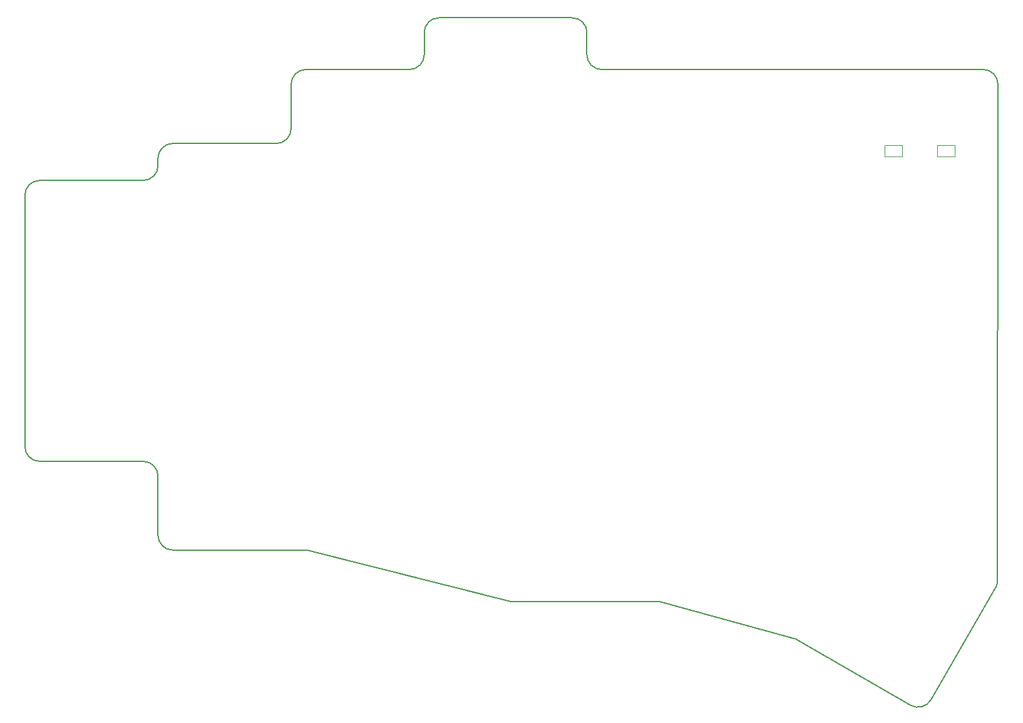
<source format=gbr>
%TF.GenerationSoftware,KiCad,Pcbnew,9.0.1*%
%TF.CreationDate,2025-06-09T17:49:50+02:00*%
%TF.ProjectId,pcb,7063622e-6b69-4636-9164-5f7063625858,v1.0.0*%
%TF.SameCoordinates,Original*%
%TF.FileFunction,Profile,NP*%
%FSLAX46Y46*%
G04 Gerber Fmt 4.6, Leading zero omitted, Abs format (unit mm)*
G04 Created by KiCad (PCBNEW 9.0.1) date 2025-06-09 17:49:50*
%MOMM*%
%LPD*%
G01*
G04 APERTURE LIST*
%TA.AperFunction,Profile*%
%ADD10C,0.150000*%
%TD*%
%TA.AperFunction,Profile*%
%ADD11C,0.050000*%
%TD*%
G04 APERTURE END LIST*
D10*
X194170516Y-174035865D02*
G75*
G02*
X194655586Y-174095583I-16J-2000035D01*
G01*
X241991839Y-180988333D02*
X222665402Y-181035261D01*
X172416727Y-162035865D02*
G75*
G02*
X174416735Y-164035864I-27J-2000035D01*
G01*
X176416727Y-119035864D02*
X190416727Y-119035865D01*
X192416726Y-117035865D02*
G75*
G02*
X190416727Y-119035926I-2000026J-35D01*
G01*
X174416727Y-122035865D02*
X174416728Y-121035865D01*
X234416727Y-109035864D02*
G75*
G02*
X232416736Y-107035865I-27J1999964D01*
G01*
X210416727Y-107035865D02*
G75*
G02*
X208416727Y-109035927I-2000027J-35D01*
G01*
X278943374Y-194287251D02*
G75*
G02*
X276211317Y-195019313I-1732074J1000051D01*
G01*
X174416727Y-122035865D02*
G75*
G02*
X172416726Y-124035927I-2000027J-35D01*
G01*
X156416727Y-126035865D02*
G75*
G02*
X158416727Y-124035927I1999973J-35D01*
G01*
X192416726Y-117035865D02*
X192416727Y-111035865D01*
X276211324Y-195019302D02*
X260845880Y-186148060D01*
X260374511Y-185951238D02*
X242525326Y-181059454D01*
X222665402Y-181035261D02*
G75*
G02*
X222175471Y-180975565I-4902J2000061D01*
G01*
X286014620Y-109035865D02*
G75*
G02*
X288014634Y-111037971I-20J-2000035D01*
G01*
X210416727Y-107035865D02*
X210416727Y-104035865D01*
X192416727Y-111035865D02*
G75*
G02*
X194416728Y-109035927I1999973J-35D01*
G01*
X234416727Y-109035864D02*
X286014620Y-109035865D01*
X174416727Y-172035865D02*
X174416727Y-164035864D01*
X158416727Y-162035865D02*
G75*
G02*
X156416735Y-160035865I-27J1999965D01*
G01*
X287943938Y-178164026D02*
G75*
G02*
X287675986Y-179161917I-2000038J2126D01*
G01*
X222175474Y-180975552D02*
X194655587Y-174095580D01*
X194170516Y-174035865D02*
X176416727Y-174035865D01*
X241991840Y-180988332D02*
G75*
G02*
X242525326Y-181059453I4860J-1999968D01*
G01*
X172416727Y-162035865D02*
X158416727Y-162035865D01*
X158416727Y-124035865D02*
X172416726Y-124035865D01*
X287675990Y-179161919D02*
X278943374Y-194287251D01*
X194416728Y-109035865D02*
X208416727Y-109035864D01*
X288014619Y-111037971D02*
X287943938Y-178164026D01*
X230416727Y-102035865D02*
G75*
G02*
X232416735Y-104035864I-27J-2000035D01*
G01*
X176416727Y-174035865D02*
G75*
G02*
X174416735Y-172035865I-27J1999965D01*
G01*
X212416726Y-102035865D02*
X230416727Y-102035865D01*
X156416726Y-160035865D02*
X156416727Y-126035865D01*
X260374511Y-185951238D02*
G75*
G02*
X260845882Y-186148057I-528611J-1928862D01*
G01*
X210416727Y-104035865D02*
G75*
G02*
X212416726Y-102035927I1999973J-35D01*
G01*
X232416727Y-104035864D02*
X232416727Y-107035865D01*
X174416728Y-121035865D02*
G75*
G02*
X176416727Y-119035928I1999972J-35D01*
G01*
D11*
%TO.C,MCU1*%
X275066726Y-120785865D02*
X272666726Y-120785865D01*
X272666726Y-119285866D01*
X275066727Y-119285865D01*
X275066726Y-120785865D01*
X282166726Y-119285866D02*
X282166725Y-120785865D01*
X279766725Y-120785865D01*
X279766726Y-119285865D01*
X282166726Y-119285866D01*
%TD*%
M02*

</source>
